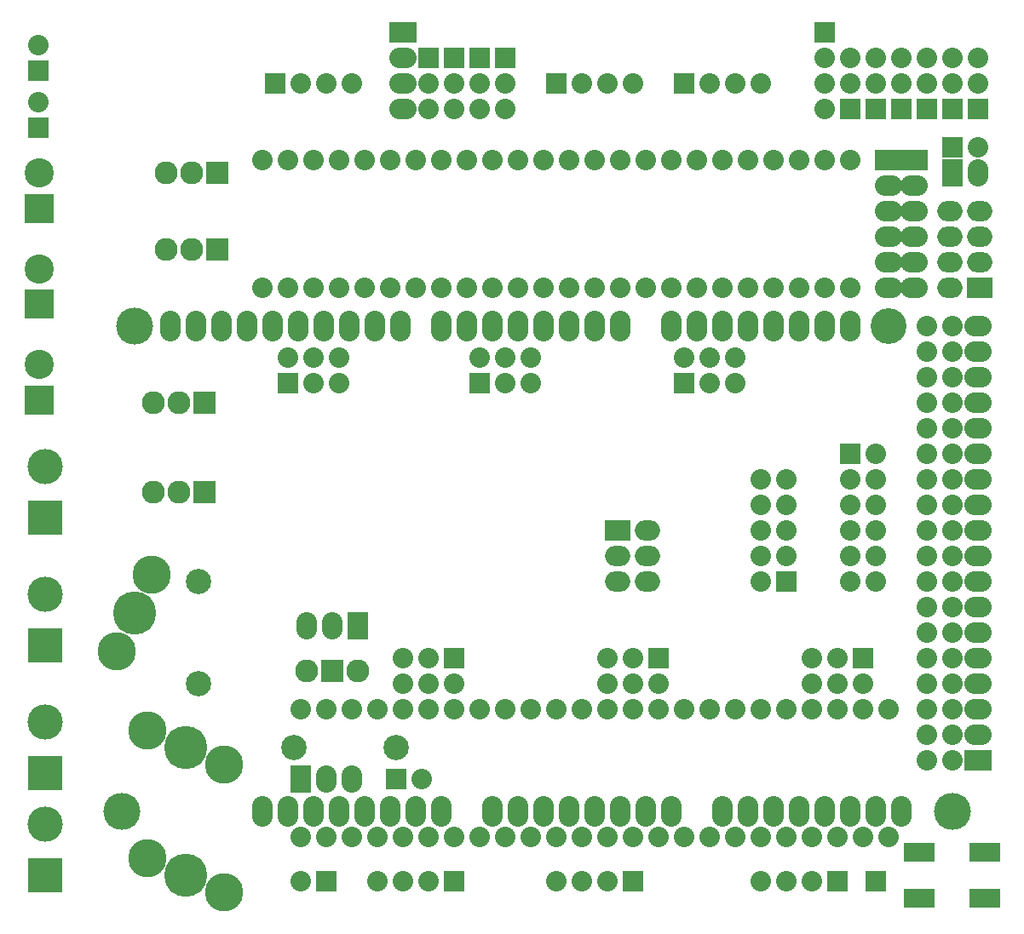
<source format=gbs>
G04 (created by PCBNEW (2013-07-07 BZR 4022)-stable) date 03/10/2013 01:20:31*
%MOIN*%
G04 Gerber Fmt 3.4, Leading zero omitted, Abs format*
%FSLAX34Y34*%
G01*
G70*
G90*
G04 APERTURE LIST*
%ADD10C,0.00590551*%
%ADD11C,0.08*%
%ADD12R,0.08X0.08*%
%ADD13C,0.0987*%
%ADD14C,0.09*%
%ADD15R,0.09X0.09*%
%ADD16O,0.08X0.12*%
%ADD17C,0.145*%
%ADD18R,0.1381X0.1381*%
%ADD19C,0.1381*%
%ADD20R,0.08X0.1066*%
%ADD21O,0.08X0.1066*%
%ADD22R,0.0987X0.08*%
%ADD23O,0.0987X0.08*%
%ADD24R,0.1184X0.075*%
%ADD25R,0.1066X0.08*%
%ADD26O,0.1066X0.08*%
%ADD27C,0.15*%
%ADD28C,0.169*%
%ADD29C,0.14*%
%ADD30C,0.114488*%
%ADD31R,0.114488X0.114488*%
G04 APERTURE END LIST*
G54D10*
G54D11*
X18900Y8000D03*
X17900Y8000D03*
X16900Y8000D03*
X15900Y8000D03*
X14900Y8000D03*
X13900Y8000D03*
X12900Y8000D03*
X11900Y8000D03*
X11900Y3000D03*
X12900Y3000D03*
X13900Y3000D03*
X14900Y3000D03*
X15900Y3000D03*
X16900Y3000D03*
X17900Y3000D03*
X18900Y3000D03*
X26900Y8000D03*
X25900Y8000D03*
X24900Y8000D03*
X23900Y8000D03*
X22900Y8000D03*
X21900Y8000D03*
X20900Y8000D03*
X19900Y8000D03*
X19900Y3000D03*
X20900Y3000D03*
X21900Y3000D03*
X22900Y3000D03*
X23900Y3000D03*
X24900Y3000D03*
X25900Y3000D03*
X26900Y3000D03*
X34900Y8000D03*
X33900Y8000D03*
X32900Y8000D03*
X31900Y8000D03*
X30900Y8000D03*
X29900Y8000D03*
X28900Y8000D03*
X27900Y8000D03*
X27900Y3000D03*
X28900Y3000D03*
X29900Y3000D03*
X30900Y3000D03*
X31900Y3000D03*
X32900Y3000D03*
X33900Y3000D03*
X34900Y3000D03*
X10400Y24500D03*
X11400Y24500D03*
X12400Y24500D03*
X13400Y24500D03*
X14400Y24500D03*
X15400Y24500D03*
X16400Y24500D03*
X17400Y24500D03*
X17400Y29500D03*
X16400Y29500D03*
X15400Y29500D03*
X14400Y29500D03*
X13400Y29500D03*
X12400Y29500D03*
X11400Y29500D03*
X10400Y29500D03*
X18400Y24500D03*
X19400Y24500D03*
X20400Y24500D03*
X21400Y24500D03*
X22400Y24500D03*
X23400Y24500D03*
X24400Y24500D03*
X25400Y24500D03*
X25400Y29500D03*
X24400Y29500D03*
X23400Y29500D03*
X22400Y29500D03*
X21400Y29500D03*
X20400Y29500D03*
X19400Y29500D03*
X18400Y29500D03*
G54D12*
X32400Y34500D03*
G54D11*
X32400Y33500D03*
X32400Y32500D03*
X32400Y31500D03*
G54D12*
X17900Y10000D03*
G54D11*
X17900Y9000D03*
X16900Y10000D03*
X16900Y9000D03*
X15900Y10000D03*
X15900Y9000D03*
G54D12*
X11400Y20750D03*
G54D11*
X11400Y21750D03*
X12400Y20750D03*
X12400Y21750D03*
X13400Y20750D03*
X13400Y21750D03*
G54D12*
X26900Y20750D03*
G54D11*
X26900Y21750D03*
X27900Y20750D03*
X27900Y21750D03*
X28900Y20750D03*
X28900Y21750D03*
G54D12*
X33900Y10000D03*
G54D11*
X33900Y9000D03*
X32900Y10000D03*
X32900Y9000D03*
X31900Y10000D03*
X31900Y9000D03*
G54D12*
X25900Y10000D03*
G54D11*
X25900Y9000D03*
X24900Y10000D03*
X24900Y9000D03*
X23900Y10000D03*
X23900Y9000D03*
G54D12*
X18900Y33500D03*
G54D11*
X18900Y32500D03*
X18900Y31500D03*
G54D12*
X33400Y31500D03*
G54D11*
X33400Y32500D03*
X33400Y33500D03*
G54D12*
X35400Y31500D03*
G54D11*
X35400Y32500D03*
X35400Y33500D03*
G54D12*
X36400Y31500D03*
G54D11*
X36400Y32500D03*
X36400Y33500D03*
G54D12*
X37400Y31500D03*
G54D11*
X37400Y32500D03*
X37400Y33500D03*
G54D12*
X38400Y31500D03*
G54D11*
X38400Y32500D03*
X38400Y33500D03*
G54D12*
X19900Y33500D03*
G54D11*
X19900Y32500D03*
X19900Y31500D03*
G54D12*
X34400Y31500D03*
G54D11*
X34400Y32500D03*
X34400Y33500D03*
G54D12*
X17900Y33500D03*
G54D11*
X17900Y32500D03*
X17900Y31500D03*
G54D12*
X16900Y33500D03*
G54D11*
X16900Y32500D03*
X16900Y31500D03*
G54D12*
X34400Y1250D03*
G54D13*
X7900Y13000D03*
X7900Y9000D03*
X11650Y6500D03*
X15650Y6500D03*
G54D14*
X7150Y16500D03*
X6150Y16500D03*
G54D15*
X8150Y16500D03*
G54D14*
X7650Y26000D03*
X6650Y26000D03*
G54D15*
X8650Y26000D03*
G54D14*
X7150Y20000D03*
X6150Y20000D03*
G54D15*
X8150Y20000D03*
G54D16*
X26400Y23000D03*
X27400Y23000D03*
X28400Y23000D03*
X29400Y23000D03*
X30400Y23000D03*
X31400Y23000D03*
X32400Y23000D03*
X33400Y23000D03*
X35400Y4000D03*
X34400Y4000D03*
X33400Y4000D03*
X32400Y4000D03*
X28400Y4000D03*
X26400Y4000D03*
X25400Y4000D03*
X29400Y4000D03*
X30400Y4000D03*
X31400Y4000D03*
X24400Y4000D03*
X23400Y4000D03*
X22400Y4000D03*
X19400Y4000D03*
X20400Y4000D03*
X21400Y4000D03*
X17400Y4000D03*
X16400Y4000D03*
X15400Y4000D03*
X13400Y4000D03*
X12400Y4000D03*
X24400Y23000D03*
X23400Y23000D03*
X22400Y23000D03*
X21400Y23000D03*
X20400Y23000D03*
X19400Y23000D03*
X18400Y23000D03*
X17400Y23000D03*
X15800Y23000D03*
X14800Y23000D03*
X13800Y23000D03*
X12800Y23000D03*
X11800Y23000D03*
X10800Y23000D03*
X9800Y23000D03*
X8800Y23000D03*
X14400Y4000D03*
G54D17*
X37400Y4000D03*
X5400Y23000D03*
X4900Y4000D03*
G54D11*
X36400Y22000D03*
X37400Y22000D03*
X36400Y21000D03*
X37400Y21000D03*
X36400Y20000D03*
X37400Y20000D03*
X36400Y19000D03*
X37400Y19000D03*
X36400Y23000D03*
X37400Y23000D03*
X37400Y18000D03*
X36400Y18000D03*
X36400Y17000D03*
X37400Y17000D03*
X36400Y16000D03*
X37400Y16000D03*
X36400Y15000D03*
X37400Y15000D03*
X36400Y14000D03*
X37400Y14000D03*
X36400Y13000D03*
X37400Y13000D03*
X36400Y12000D03*
X37400Y12000D03*
X36400Y11000D03*
X37400Y11000D03*
X36400Y10000D03*
X37400Y10000D03*
X36400Y9000D03*
X37400Y9000D03*
X36400Y8000D03*
X37400Y8000D03*
X36400Y7000D03*
X37400Y7000D03*
X36400Y6000D03*
X37400Y6000D03*
G54D16*
X7800Y23000D03*
X6800Y23000D03*
X11400Y4000D03*
X10400Y4000D03*
G54D14*
X7650Y29000D03*
X6650Y29000D03*
G54D15*
X8650Y29000D03*
G54D18*
X1900Y5500D03*
G54D19*
X1900Y7500D03*
G54D12*
X17900Y1250D03*
G54D11*
X16900Y1250D03*
X15900Y1250D03*
X14900Y1250D03*
G54D12*
X24900Y1250D03*
G54D11*
X23900Y1250D03*
X22900Y1250D03*
X21900Y1250D03*
G54D12*
X32900Y1250D03*
G54D11*
X31900Y1250D03*
X30900Y1250D03*
X29900Y1250D03*
G54D12*
X10900Y32500D03*
G54D11*
X11900Y32500D03*
X12900Y32500D03*
X13900Y32500D03*
G54D20*
X11900Y5250D03*
G54D21*
X12900Y5250D03*
X13900Y5250D03*
G54D22*
X38498Y24500D03*
G54D23*
X37302Y24500D03*
X38498Y25500D03*
X37302Y25500D03*
X38498Y26500D03*
X37302Y26500D03*
X38498Y27500D03*
X37302Y27500D03*
G54D18*
X1900Y15500D03*
G54D19*
X1900Y17500D03*
G54D18*
X1900Y1500D03*
G54D19*
X1900Y3500D03*
G54D18*
X1900Y10500D03*
G54D19*
X1900Y12500D03*
G54D24*
X36121Y614D03*
X36121Y2386D03*
X38680Y614D03*
X38680Y2386D03*
G54D12*
X37400Y30000D03*
G54D11*
X38400Y30000D03*
G54D12*
X21900Y32500D03*
G54D11*
X22900Y32500D03*
X23900Y32500D03*
X24900Y32500D03*
G54D12*
X26900Y32500D03*
G54D11*
X27900Y32500D03*
X28900Y32500D03*
X29900Y32500D03*
X26400Y24500D03*
X27400Y24500D03*
X28400Y24500D03*
X29400Y24500D03*
X30400Y24500D03*
X31400Y24500D03*
X32400Y24500D03*
X33400Y24500D03*
X33400Y29500D03*
X32400Y29500D03*
X31400Y29500D03*
X30400Y29500D03*
X29400Y29500D03*
X28400Y29500D03*
X27400Y29500D03*
X26400Y29500D03*
G54D12*
X18900Y20750D03*
G54D11*
X18900Y21750D03*
X19900Y20750D03*
X19900Y21750D03*
X20900Y20750D03*
X20900Y21750D03*
G54D22*
X24302Y15000D03*
G54D23*
X25498Y15000D03*
X24302Y14000D03*
X25498Y14000D03*
X24302Y13000D03*
X25498Y13000D03*
G54D25*
X34900Y29500D03*
G54D26*
X34900Y28500D03*
X34900Y27500D03*
X34900Y26500D03*
X34900Y25500D03*
X34900Y24500D03*
G54D25*
X15900Y34500D03*
G54D26*
X15900Y33500D03*
X15900Y32500D03*
X15900Y31500D03*
G54D20*
X14150Y11250D03*
G54D21*
X13150Y11250D03*
X12150Y11250D03*
G54D12*
X15650Y5250D03*
G54D11*
X16650Y5250D03*
G54D14*
X12150Y9500D03*
G54D15*
X13150Y9500D03*
G54D14*
X14150Y9500D03*
G54D12*
X30900Y13000D03*
G54D11*
X29900Y13000D03*
X30900Y14000D03*
X29900Y14000D03*
X30900Y15000D03*
X29900Y15000D03*
X30900Y16000D03*
X29900Y16000D03*
X30900Y17000D03*
X29900Y17000D03*
G54D25*
X35900Y29500D03*
G54D26*
X35900Y28500D03*
X35900Y27500D03*
X35900Y26500D03*
X35900Y25500D03*
X35900Y24500D03*
G54D12*
X12900Y1250D03*
G54D11*
X11900Y1250D03*
G54D27*
X5900Y2180D03*
X8900Y820D03*
G54D28*
X7400Y1500D03*
G54D27*
X5900Y7180D03*
X8900Y5820D03*
G54D28*
X7400Y6500D03*
G54D27*
X4720Y10250D03*
X6080Y13250D03*
G54D28*
X5400Y11750D03*
G54D12*
X1650Y30750D03*
G54D11*
X1650Y31750D03*
G54D12*
X1650Y33000D03*
G54D11*
X1650Y34000D03*
G54D25*
X38400Y6000D03*
G54D26*
X38400Y7000D03*
X38400Y8000D03*
X38400Y9000D03*
X38400Y10000D03*
X38400Y11000D03*
X38400Y12000D03*
X38400Y13000D03*
X38400Y14000D03*
X38400Y15000D03*
X38400Y16000D03*
X38400Y17000D03*
X38400Y18000D03*
X38400Y19000D03*
X38400Y20000D03*
X38400Y21000D03*
X38400Y22000D03*
X38400Y23000D03*
G54D12*
X33400Y18000D03*
G54D11*
X34400Y18000D03*
X33400Y17000D03*
X34400Y17000D03*
X33400Y16000D03*
X34400Y16000D03*
X33400Y15000D03*
X34400Y15000D03*
X33400Y14000D03*
X34400Y14000D03*
X33400Y13000D03*
X34400Y13000D03*
G54D20*
X37400Y29000D03*
G54D21*
X38400Y29000D03*
G54D29*
X34900Y23000D03*
G54D30*
X1675Y21488D03*
G54D31*
X1675Y20111D03*
G54D30*
X1675Y25238D03*
G54D31*
X1675Y23861D03*
G54D30*
X1675Y28988D03*
G54D31*
X1675Y27611D03*
M02*

</source>
